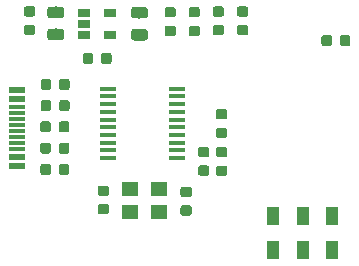
<source format=gtp>
G04 #@! TF.GenerationSoftware,KiCad,Pcbnew,(5.1.2)-1*
G04 #@! TF.CreationDate,2023-10-09T01:29:42+09:00*
G04 #@! TF.ProjectId,usc,7573632e-6b69-4636-9164-5f7063625858,v1.4*
G04 #@! TF.SameCoordinates,Original*
G04 #@! TF.FileFunction,Paste,Top*
G04 #@! TF.FilePolarity,Positive*
%FSLAX46Y46*%
G04 Gerber Fmt 4.6, Leading zero omitted, Abs format (unit mm)*
G04 Created by KiCad (PCBNEW (5.1.2)-1) date 2023-10-09 01:29:42*
%MOMM*%
%LPD*%
G04 APERTURE LIST*
%ADD10R,1.000000X1.600000*%
%ADD11C,0.100000*%
%ADD12C,0.875000*%
%ADD13R,1.400000X1.200000*%
%ADD14R,1.450000X0.450000*%
%ADD15R,1.060000X0.650000*%
%ADD16R,1.450000X0.600000*%
%ADD17R,1.450000X0.300000*%
%ADD18C,0.975000*%
G04 APERTURE END LIST*
D10*
X184380000Y-122840000D03*
X181880000Y-122840000D03*
X179380000Y-122840000D03*
X184380000Y-119940000D03*
X181880000Y-119940000D03*
X179380000Y-119940000D03*
D11*
G36*
X175277691Y-110888053D02*
G01*
X175298926Y-110891203D01*
X175319750Y-110896419D01*
X175339962Y-110903651D01*
X175359368Y-110912830D01*
X175377781Y-110923866D01*
X175395024Y-110936654D01*
X175410930Y-110951070D01*
X175425346Y-110966976D01*
X175438134Y-110984219D01*
X175449170Y-111002632D01*
X175458349Y-111022038D01*
X175465581Y-111042250D01*
X175470797Y-111063074D01*
X175473947Y-111084309D01*
X175475000Y-111105750D01*
X175475000Y-111543250D01*
X175473947Y-111564691D01*
X175470797Y-111585926D01*
X175465581Y-111606750D01*
X175458349Y-111626962D01*
X175449170Y-111646368D01*
X175438134Y-111664781D01*
X175425346Y-111682024D01*
X175410930Y-111697930D01*
X175395024Y-111712346D01*
X175377781Y-111725134D01*
X175359368Y-111736170D01*
X175339962Y-111745349D01*
X175319750Y-111752581D01*
X175298926Y-111757797D01*
X175277691Y-111760947D01*
X175256250Y-111762000D01*
X174743750Y-111762000D01*
X174722309Y-111760947D01*
X174701074Y-111757797D01*
X174680250Y-111752581D01*
X174660038Y-111745349D01*
X174640632Y-111736170D01*
X174622219Y-111725134D01*
X174604976Y-111712346D01*
X174589070Y-111697930D01*
X174574654Y-111682024D01*
X174561866Y-111664781D01*
X174550830Y-111646368D01*
X174541651Y-111626962D01*
X174534419Y-111606750D01*
X174529203Y-111585926D01*
X174526053Y-111564691D01*
X174525000Y-111543250D01*
X174525000Y-111105750D01*
X174526053Y-111084309D01*
X174529203Y-111063074D01*
X174534419Y-111042250D01*
X174541651Y-111022038D01*
X174550830Y-111002632D01*
X174561866Y-110984219D01*
X174574654Y-110966976D01*
X174589070Y-110951070D01*
X174604976Y-110936654D01*
X174622219Y-110923866D01*
X174640632Y-110912830D01*
X174660038Y-110903651D01*
X174680250Y-110896419D01*
X174701074Y-110891203D01*
X174722309Y-110888053D01*
X174743750Y-110887000D01*
X175256250Y-110887000D01*
X175277691Y-110888053D01*
X175277691Y-110888053D01*
G37*
D12*
X175000000Y-111324500D03*
D11*
G36*
X175277691Y-112463053D02*
G01*
X175298926Y-112466203D01*
X175319750Y-112471419D01*
X175339962Y-112478651D01*
X175359368Y-112487830D01*
X175377781Y-112498866D01*
X175395024Y-112511654D01*
X175410930Y-112526070D01*
X175425346Y-112541976D01*
X175438134Y-112559219D01*
X175449170Y-112577632D01*
X175458349Y-112597038D01*
X175465581Y-112617250D01*
X175470797Y-112638074D01*
X175473947Y-112659309D01*
X175475000Y-112680750D01*
X175475000Y-113118250D01*
X175473947Y-113139691D01*
X175470797Y-113160926D01*
X175465581Y-113181750D01*
X175458349Y-113201962D01*
X175449170Y-113221368D01*
X175438134Y-113239781D01*
X175425346Y-113257024D01*
X175410930Y-113272930D01*
X175395024Y-113287346D01*
X175377781Y-113300134D01*
X175359368Y-113311170D01*
X175339962Y-113320349D01*
X175319750Y-113327581D01*
X175298926Y-113332797D01*
X175277691Y-113335947D01*
X175256250Y-113337000D01*
X174743750Y-113337000D01*
X174722309Y-113335947D01*
X174701074Y-113332797D01*
X174680250Y-113327581D01*
X174660038Y-113320349D01*
X174640632Y-113311170D01*
X174622219Y-113300134D01*
X174604976Y-113287346D01*
X174589070Y-113272930D01*
X174574654Y-113257024D01*
X174561866Y-113239781D01*
X174550830Y-113221368D01*
X174541651Y-113201962D01*
X174534419Y-113181750D01*
X174529203Y-113160926D01*
X174526053Y-113139691D01*
X174525000Y-113118250D01*
X174525000Y-112680750D01*
X174526053Y-112659309D01*
X174529203Y-112638074D01*
X174534419Y-112617250D01*
X174541651Y-112597038D01*
X174550830Y-112577632D01*
X174561866Y-112559219D01*
X174574654Y-112541976D01*
X174589070Y-112526070D01*
X174604976Y-112511654D01*
X174622219Y-112498866D01*
X174640632Y-112487830D01*
X174660038Y-112478651D01*
X174680250Y-112471419D01*
X174701074Y-112466203D01*
X174722309Y-112463053D01*
X174743750Y-112462000D01*
X175256250Y-112462000D01*
X175277691Y-112463053D01*
X175277691Y-112463053D01*
G37*
D12*
X175000000Y-112899500D03*
D11*
G36*
X160364691Y-110126053D02*
G01*
X160385926Y-110129203D01*
X160406750Y-110134419D01*
X160426962Y-110141651D01*
X160446368Y-110150830D01*
X160464781Y-110161866D01*
X160482024Y-110174654D01*
X160497930Y-110189070D01*
X160512346Y-110204976D01*
X160525134Y-110222219D01*
X160536170Y-110240632D01*
X160545349Y-110260038D01*
X160552581Y-110280250D01*
X160557797Y-110301074D01*
X160560947Y-110322309D01*
X160562000Y-110343750D01*
X160562000Y-110856250D01*
X160560947Y-110877691D01*
X160557797Y-110898926D01*
X160552581Y-110919750D01*
X160545349Y-110939962D01*
X160536170Y-110959368D01*
X160525134Y-110977781D01*
X160512346Y-110995024D01*
X160497930Y-111010930D01*
X160482024Y-111025346D01*
X160464781Y-111038134D01*
X160446368Y-111049170D01*
X160426962Y-111058349D01*
X160406750Y-111065581D01*
X160385926Y-111070797D01*
X160364691Y-111073947D01*
X160343250Y-111075000D01*
X159905750Y-111075000D01*
X159884309Y-111073947D01*
X159863074Y-111070797D01*
X159842250Y-111065581D01*
X159822038Y-111058349D01*
X159802632Y-111049170D01*
X159784219Y-111038134D01*
X159766976Y-111025346D01*
X159751070Y-111010930D01*
X159736654Y-110995024D01*
X159723866Y-110977781D01*
X159712830Y-110959368D01*
X159703651Y-110939962D01*
X159696419Y-110919750D01*
X159691203Y-110898926D01*
X159688053Y-110877691D01*
X159687000Y-110856250D01*
X159687000Y-110343750D01*
X159688053Y-110322309D01*
X159691203Y-110301074D01*
X159696419Y-110280250D01*
X159703651Y-110260038D01*
X159712830Y-110240632D01*
X159723866Y-110222219D01*
X159736654Y-110204976D01*
X159751070Y-110189070D01*
X159766976Y-110174654D01*
X159784219Y-110161866D01*
X159802632Y-110150830D01*
X159822038Y-110141651D01*
X159842250Y-110134419D01*
X159863074Y-110129203D01*
X159884309Y-110126053D01*
X159905750Y-110125000D01*
X160343250Y-110125000D01*
X160364691Y-110126053D01*
X160364691Y-110126053D01*
G37*
D12*
X160124500Y-110600000D03*
D11*
G36*
X161939691Y-110126053D02*
G01*
X161960926Y-110129203D01*
X161981750Y-110134419D01*
X162001962Y-110141651D01*
X162021368Y-110150830D01*
X162039781Y-110161866D01*
X162057024Y-110174654D01*
X162072930Y-110189070D01*
X162087346Y-110204976D01*
X162100134Y-110222219D01*
X162111170Y-110240632D01*
X162120349Y-110260038D01*
X162127581Y-110280250D01*
X162132797Y-110301074D01*
X162135947Y-110322309D01*
X162137000Y-110343750D01*
X162137000Y-110856250D01*
X162135947Y-110877691D01*
X162132797Y-110898926D01*
X162127581Y-110919750D01*
X162120349Y-110939962D01*
X162111170Y-110959368D01*
X162100134Y-110977781D01*
X162087346Y-110995024D01*
X162072930Y-111010930D01*
X162057024Y-111025346D01*
X162039781Y-111038134D01*
X162021368Y-111049170D01*
X162001962Y-111058349D01*
X161981750Y-111065581D01*
X161960926Y-111070797D01*
X161939691Y-111073947D01*
X161918250Y-111075000D01*
X161480750Y-111075000D01*
X161459309Y-111073947D01*
X161438074Y-111070797D01*
X161417250Y-111065581D01*
X161397038Y-111058349D01*
X161377632Y-111049170D01*
X161359219Y-111038134D01*
X161341976Y-111025346D01*
X161326070Y-111010930D01*
X161311654Y-110995024D01*
X161298866Y-110977781D01*
X161287830Y-110959368D01*
X161278651Y-110939962D01*
X161271419Y-110919750D01*
X161266203Y-110898926D01*
X161263053Y-110877691D01*
X161262000Y-110856250D01*
X161262000Y-110343750D01*
X161263053Y-110322309D01*
X161266203Y-110301074D01*
X161271419Y-110280250D01*
X161278651Y-110260038D01*
X161287830Y-110240632D01*
X161298866Y-110222219D01*
X161311654Y-110204976D01*
X161326070Y-110189070D01*
X161341976Y-110174654D01*
X161359219Y-110161866D01*
X161377632Y-110150830D01*
X161397038Y-110141651D01*
X161417250Y-110134419D01*
X161438074Y-110129203D01*
X161459309Y-110126053D01*
X161480750Y-110125000D01*
X161918250Y-110125000D01*
X161939691Y-110126053D01*
X161939691Y-110126053D01*
G37*
D12*
X161699500Y-110600000D03*
D11*
G36*
X184140691Y-104626053D02*
G01*
X184161926Y-104629203D01*
X184182750Y-104634419D01*
X184202962Y-104641651D01*
X184222368Y-104650830D01*
X184240781Y-104661866D01*
X184258024Y-104674654D01*
X184273930Y-104689070D01*
X184288346Y-104704976D01*
X184301134Y-104722219D01*
X184312170Y-104740632D01*
X184321349Y-104760038D01*
X184328581Y-104780250D01*
X184333797Y-104801074D01*
X184336947Y-104822309D01*
X184338000Y-104843750D01*
X184338000Y-105356250D01*
X184336947Y-105377691D01*
X184333797Y-105398926D01*
X184328581Y-105419750D01*
X184321349Y-105439962D01*
X184312170Y-105459368D01*
X184301134Y-105477781D01*
X184288346Y-105495024D01*
X184273930Y-105510930D01*
X184258024Y-105525346D01*
X184240781Y-105538134D01*
X184222368Y-105549170D01*
X184202962Y-105558349D01*
X184182750Y-105565581D01*
X184161926Y-105570797D01*
X184140691Y-105573947D01*
X184119250Y-105575000D01*
X183681750Y-105575000D01*
X183660309Y-105573947D01*
X183639074Y-105570797D01*
X183618250Y-105565581D01*
X183598038Y-105558349D01*
X183578632Y-105549170D01*
X183560219Y-105538134D01*
X183542976Y-105525346D01*
X183527070Y-105510930D01*
X183512654Y-105495024D01*
X183499866Y-105477781D01*
X183488830Y-105459368D01*
X183479651Y-105439962D01*
X183472419Y-105419750D01*
X183467203Y-105398926D01*
X183464053Y-105377691D01*
X183463000Y-105356250D01*
X183463000Y-104843750D01*
X183464053Y-104822309D01*
X183467203Y-104801074D01*
X183472419Y-104780250D01*
X183479651Y-104760038D01*
X183488830Y-104740632D01*
X183499866Y-104722219D01*
X183512654Y-104704976D01*
X183527070Y-104689070D01*
X183542976Y-104674654D01*
X183560219Y-104661866D01*
X183578632Y-104650830D01*
X183598038Y-104641651D01*
X183618250Y-104634419D01*
X183639074Y-104629203D01*
X183660309Y-104626053D01*
X183681750Y-104625000D01*
X184119250Y-104625000D01*
X184140691Y-104626053D01*
X184140691Y-104626053D01*
G37*
D12*
X183900500Y-105100000D03*
D11*
G36*
X185715691Y-104626053D02*
G01*
X185736926Y-104629203D01*
X185757750Y-104634419D01*
X185777962Y-104641651D01*
X185797368Y-104650830D01*
X185815781Y-104661866D01*
X185833024Y-104674654D01*
X185848930Y-104689070D01*
X185863346Y-104704976D01*
X185876134Y-104722219D01*
X185887170Y-104740632D01*
X185896349Y-104760038D01*
X185903581Y-104780250D01*
X185908797Y-104801074D01*
X185911947Y-104822309D01*
X185913000Y-104843750D01*
X185913000Y-105356250D01*
X185911947Y-105377691D01*
X185908797Y-105398926D01*
X185903581Y-105419750D01*
X185896349Y-105439962D01*
X185887170Y-105459368D01*
X185876134Y-105477781D01*
X185863346Y-105495024D01*
X185848930Y-105510930D01*
X185833024Y-105525346D01*
X185815781Y-105538134D01*
X185797368Y-105549170D01*
X185777962Y-105558349D01*
X185757750Y-105565581D01*
X185736926Y-105570797D01*
X185715691Y-105573947D01*
X185694250Y-105575000D01*
X185256750Y-105575000D01*
X185235309Y-105573947D01*
X185214074Y-105570797D01*
X185193250Y-105565581D01*
X185173038Y-105558349D01*
X185153632Y-105549170D01*
X185135219Y-105538134D01*
X185117976Y-105525346D01*
X185102070Y-105510930D01*
X185087654Y-105495024D01*
X185074866Y-105477781D01*
X185063830Y-105459368D01*
X185054651Y-105439962D01*
X185047419Y-105419750D01*
X185042203Y-105398926D01*
X185039053Y-105377691D01*
X185038000Y-105356250D01*
X185038000Y-104843750D01*
X185039053Y-104822309D01*
X185042203Y-104801074D01*
X185047419Y-104780250D01*
X185054651Y-104760038D01*
X185063830Y-104740632D01*
X185074866Y-104722219D01*
X185087654Y-104704976D01*
X185102070Y-104689070D01*
X185117976Y-104674654D01*
X185135219Y-104661866D01*
X185153632Y-104650830D01*
X185173038Y-104641651D01*
X185193250Y-104634419D01*
X185214074Y-104629203D01*
X185235309Y-104626053D01*
X185256750Y-104625000D01*
X185694250Y-104625000D01*
X185715691Y-104626053D01*
X185715691Y-104626053D01*
G37*
D12*
X185475500Y-105100000D03*
D13*
X169670000Y-119570000D03*
X167270000Y-117670000D03*
X167270000Y-119570000D03*
X169670000Y-117670000D03*
D14*
X165350000Y-115025000D03*
X165350000Y-114375000D03*
X165350000Y-113725000D03*
X165350000Y-113075000D03*
X165350000Y-112425000D03*
X165350000Y-111775000D03*
X165350000Y-111125000D03*
X165350000Y-110475000D03*
X165350000Y-109825000D03*
X165350000Y-109175000D03*
X171250000Y-109175000D03*
X171250000Y-109825000D03*
X171250000Y-110475000D03*
X171250000Y-111125000D03*
X171250000Y-111775000D03*
X171250000Y-112425000D03*
X171250000Y-113075000D03*
X171250000Y-113725000D03*
X171250000Y-114375000D03*
X171250000Y-115025000D03*
D15*
X165550000Y-102750000D03*
X165550000Y-104650000D03*
X163350000Y-104650000D03*
X163350000Y-103700000D03*
X163350000Y-102750000D03*
D11*
G36*
X160340691Y-111926053D02*
G01*
X160361926Y-111929203D01*
X160382750Y-111934419D01*
X160402962Y-111941651D01*
X160422368Y-111950830D01*
X160440781Y-111961866D01*
X160458024Y-111974654D01*
X160473930Y-111989070D01*
X160488346Y-112004976D01*
X160501134Y-112022219D01*
X160512170Y-112040632D01*
X160521349Y-112060038D01*
X160528581Y-112080250D01*
X160533797Y-112101074D01*
X160536947Y-112122309D01*
X160538000Y-112143750D01*
X160538000Y-112656250D01*
X160536947Y-112677691D01*
X160533797Y-112698926D01*
X160528581Y-112719750D01*
X160521349Y-112739962D01*
X160512170Y-112759368D01*
X160501134Y-112777781D01*
X160488346Y-112795024D01*
X160473930Y-112810930D01*
X160458024Y-112825346D01*
X160440781Y-112838134D01*
X160422368Y-112849170D01*
X160402962Y-112858349D01*
X160382750Y-112865581D01*
X160361926Y-112870797D01*
X160340691Y-112873947D01*
X160319250Y-112875000D01*
X159881750Y-112875000D01*
X159860309Y-112873947D01*
X159839074Y-112870797D01*
X159818250Y-112865581D01*
X159798038Y-112858349D01*
X159778632Y-112849170D01*
X159760219Y-112838134D01*
X159742976Y-112825346D01*
X159727070Y-112810930D01*
X159712654Y-112795024D01*
X159699866Y-112777781D01*
X159688830Y-112759368D01*
X159679651Y-112739962D01*
X159672419Y-112719750D01*
X159667203Y-112698926D01*
X159664053Y-112677691D01*
X159663000Y-112656250D01*
X159663000Y-112143750D01*
X159664053Y-112122309D01*
X159667203Y-112101074D01*
X159672419Y-112080250D01*
X159679651Y-112060038D01*
X159688830Y-112040632D01*
X159699866Y-112022219D01*
X159712654Y-112004976D01*
X159727070Y-111989070D01*
X159742976Y-111974654D01*
X159760219Y-111961866D01*
X159778632Y-111950830D01*
X159798038Y-111941651D01*
X159818250Y-111934419D01*
X159839074Y-111929203D01*
X159860309Y-111926053D01*
X159881750Y-111925000D01*
X160319250Y-111925000D01*
X160340691Y-111926053D01*
X160340691Y-111926053D01*
G37*
D12*
X160100500Y-112400000D03*
D11*
G36*
X161915691Y-111926053D02*
G01*
X161936926Y-111929203D01*
X161957750Y-111934419D01*
X161977962Y-111941651D01*
X161997368Y-111950830D01*
X162015781Y-111961866D01*
X162033024Y-111974654D01*
X162048930Y-111989070D01*
X162063346Y-112004976D01*
X162076134Y-112022219D01*
X162087170Y-112040632D01*
X162096349Y-112060038D01*
X162103581Y-112080250D01*
X162108797Y-112101074D01*
X162111947Y-112122309D01*
X162113000Y-112143750D01*
X162113000Y-112656250D01*
X162111947Y-112677691D01*
X162108797Y-112698926D01*
X162103581Y-112719750D01*
X162096349Y-112739962D01*
X162087170Y-112759368D01*
X162076134Y-112777781D01*
X162063346Y-112795024D01*
X162048930Y-112810930D01*
X162033024Y-112825346D01*
X162015781Y-112838134D01*
X161997368Y-112849170D01*
X161977962Y-112858349D01*
X161957750Y-112865581D01*
X161936926Y-112870797D01*
X161915691Y-112873947D01*
X161894250Y-112875000D01*
X161456750Y-112875000D01*
X161435309Y-112873947D01*
X161414074Y-112870797D01*
X161393250Y-112865581D01*
X161373038Y-112858349D01*
X161353632Y-112849170D01*
X161335219Y-112838134D01*
X161317976Y-112825346D01*
X161302070Y-112810930D01*
X161287654Y-112795024D01*
X161274866Y-112777781D01*
X161263830Y-112759368D01*
X161254651Y-112739962D01*
X161247419Y-112719750D01*
X161242203Y-112698926D01*
X161239053Y-112677691D01*
X161238000Y-112656250D01*
X161238000Y-112143750D01*
X161239053Y-112122309D01*
X161242203Y-112101074D01*
X161247419Y-112080250D01*
X161254651Y-112060038D01*
X161263830Y-112040632D01*
X161274866Y-112022219D01*
X161287654Y-112004976D01*
X161302070Y-111989070D01*
X161317976Y-111974654D01*
X161335219Y-111961866D01*
X161353632Y-111950830D01*
X161373038Y-111941651D01*
X161393250Y-111934419D01*
X161414074Y-111929203D01*
X161435309Y-111926053D01*
X161456750Y-111925000D01*
X161894250Y-111925000D01*
X161915691Y-111926053D01*
X161915691Y-111926053D01*
G37*
D12*
X161675500Y-112400000D03*
D11*
G36*
X160340691Y-113726053D02*
G01*
X160361926Y-113729203D01*
X160382750Y-113734419D01*
X160402962Y-113741651D01*
X160422368Y-113750830D01*
X160440781Y-113761866D01*
X160458024Y-113774654D01*
X160473930Y-113789070D01*
X160488346Y-113804976D01*
X160501134Y-113822219D01*
X160512170Y-113840632D01*
X160521349Y-113860038D01*
X160528581Y-113880250D01*
X160533797Y-113901074D01*
X160536947Y-113922309D01*
X160538000Y-113943750D01*
X160538000Y-114456250D01*
X160536947Y-114477691D01*
X160533797Y-114498926D01*
X160528581Y-114519750D01*
X160521349Y-114539962D01*
X160512170Y-114559368D01*
X160501134Y-114577781D01*
X160488346Y-114595024D01*
X160473930Y-114610930D01*
X160458024Y-114625346D01*
X160440781Y-114638134D01*
X160422368Y-114649170D01*
X160402962Y-114658349D01*
X160382750Y-114665581D01*
X160361926Y-114670797D01*
X160340691Y-114673947D01*
X160319250Y-114675000D01*
X159881750Y-114675000D01*
X159860309Y-114673947D01*
X159839074Y-114670797D01*
X159818250Y-114665581D01*
X159798038Y-114658349D01*
X159778632Y-114649170D01*
X159760219Y-114638134D01*
X159742976Y-114625346D01*
X159727070Y-114610930D01*
X159712654Y-114595024D01*
X159699866Y-114577781D01*
X159688830Y-114559368D01*
X159679651Y-114539962D01*
X159672419Y-114519750D01*
X159667203Y-114498926D01*
X159664053Y-114477691D01*
X159663000Y-114456250D01*
X159663000Y-113943750D01*
X159664053Y-113922309D01*
X159667203Y-113901074D01*
X159672419Y-113880250D01*
X159679651Y-113860038D01*
X159688830Y-113840632D01*
X159699866Y-113822219D01*
X159712654Y-113804976D01*
X159727070Y-113789070D01*
X159742976Y-113774654D01*
X159760219Y-113761866D01*
X159778632Y-113750830D01*
X159798038Y-113741651D01*
X159818250Y-113734419D01*
X159839074Y-113729203D01*
X159860309Y-113726053D01*
X159881750Y-113725000D01*
X160319250Y-113725000D01*
X160340691Y-113726053D01*
X160340691Y-113726053D01*
G37*
D12*
X160100500Y-114200000D03*
D11*
G36*
X161915691Y-113726053D02*
G01*
X161936926Y-113729203D01*
X161957750Y-113734419D01*
X161977962Y-113741651D01*
X161997368Y-113750830D01*
X162015781Y-113761866D01*
X162033024Y-113774654D01*
X162048930Y-113789070D01*
X162063346Y-113804976D01*
X162076134Y-113822219D01*
X162087170Y-113840632D01*
X162096349Y-113860038D01*
X162103581Y-113880250D01*
X162108797Y-113901074D01*
X162111947Y-113922309D01*
X162113000Y-113943750D01*
X162113000Y-114456250D01*
X162111947Y-114477691D01*
X162108797Y-114498926D01*
X162103581Y-114519750D01*
X162096349Y-114539962D01*
X162087170Y-114559368D01*
X162076134Y-114577781D01*
X162063346Y-114595024D01*
X162048930Y-114610930D01*
X162033024Y-114625346D01*
X162015781Y-114638134D01*
X161997368Y-114649170D01*
X161977962Y-114658349D01*
X161957750Y-114665581D01*
X161936926Y-114670797D01*
X161915691Y-114673947D01*
X161894250Y-114675000D01*
X161456750Y-114675000D01*
X161435309Y-114673947D01*
X161414074Y-114670797D01*
X161393250Y-114665581D01*
X161373038Y-114658349D01*
X161353632Y-114649170D01*
X161335219Y-114638134D01*
X161317976Y-114625346D01*
X161302070Y-114610930D01*
X161287654Y-114595024D01*
X161274866Y-114577781D01*
X161263830Y-114559368D01*
X161254651Y-114539962D01*
X161247419Y-114519750D01*
X161242203Y-114498926D01*
X161239053Y-114477691D01*
X161238000Y-114456250D01*
X161238000Y-113943750D01*
X161239053Y-113922309D01*
X161242203Y-113901074D01*
X161247419Y-113880250D01*
X161254651Y-113860038D01*
X161263830Y-113840632D01*
X161274866Y-113822219D01*
X161287654Y-113804976D01*
X161302070Y-113789070D01*
X161317976Y-113774654D01*
X161335219Y-113761866D01*
X161353632Y-113750830D01*
X161373038Y-113741651D01*
X161393250Y-113734419D01*
X161414074Y-113729203D01*
X161435309Y-113726053D01*
X161456750Y-113725000D01*
X161894250Y-113725000D01*
X161915691Y-113726053D01*
X161915691Y-113726053D01*
G37*
D12*
X161675500Y-114200000D03*
D11*
G36*
X177057691Y-102194053D02*
G01*
X177078926Y-102197203D01*
X177099750Y-102202419D01*
X177119962Y-102209651D01*
X177139368Y-102218830D01*
X177157781Y-102229866D01*
X177175024Y-102242654D01*
X177190930Y-102257070D01*
X177205346Y-102272976D01*
X177218134Y-102290219D01*
X177229170Y-102308632D01*
X177238349Y-102328038D01*
X177245581Y-102348250D01*
X177250797Y-102369074D01*
X177253947Y-102390309D01*
X177255000Y-102411750D01*
X177255000Y-102849250D01*
X177253947Y-102870691D01*
X177250797Y-102891926D01*
X177245581Y-102912750D01*
X177238349Y-102932962D01*
X177229170Y-102952368D01*
X177218134Y-102970781D01*
X177205346Y-102988024D01*
X177190930Y-103003930D01*
X177175024Y-103018346D01*
X177157781Y-103031134D01*
X177139368Y-103042170D01*
X177119962Y-103051349D01*
X177099750Y-103058581D01*
X177078926Y-103063797D01*
X177057691Y-103066947D01*
X177036250Y-103068000D01*
X176523750Y-103068000D01*
X176502309Y-103066947D01*
X176481074Y-103063797D01*
X176460250Y-103058581D01*
X176440038Y-103051349D01*
X176420632Y-103042170D01*
X176402219Y-103031134D01*
X176384976Y-103018346D01*
X176369070Y-103003930D01*
X176354654Y-102988024D01*
X176341866Y-102970781D01*
X176330830Y-102952368D01*
X176321651Y-102932962D01*
X176314419Y-102912750D01*
X176309203Y-102891926D01*
X176306053Y-102870691D01*
X176305000Y-102849250D01*
X176305000Y-102411750D01*
X176306053Y-102390309D01*
X176309203Y-102369074D01*
X176314419Y-102348250D01*
X176321651Y-102328038D01*
X176330830Y-102308632D01*
X176341866Y-102290219D01*
X176354654Y-102272976D01*
X176369070Y-102257070D01*
X176384976Y-102242654D01*
X176402219Y-102229866D01*
X176420632Y-102218830D01*
X176440038Y-102209651D01*
X176460250Y-102202419D01*
X176481074Y-102197203D01*
X176502309Y-102194053D01*
X176523750Y-102193000D01*
X177036250Y-102193000D01*
X177057691Y-102194053D01*
X177057691Y-102194053D01*
G37*
D12*
X176780000Y-102630500D03*
D11*
G36*
X177057691Y-103769053D02*
G01*
X177078926Y-103772203D01*
X177099750Y-103777419D01*
X177119962Y-103784651D01*
X177139368Y-103793830D01*
X177157781Y-103804866D01*
X177175024Y-103817654D01*
X177190930Y-103832070D01*
X177205346Y-103847976D01*
X177218134Y-103865219D01*
X177229170Y-103883632D01*
X177238349Y-103903038D01*
X177245581Y-103923250D01*
X177250797Y-103944074D01*
X177253947Y-103965309D01*
X177255000Y-103986750D01*
X177255000Y-104424250D01*
X177253947Y-104445691D01*
X177250797Y-104466926D01*
X177245581Y-104487750D01*
X177238349Y-104507962D01*
X177229170Y-104527368D01*
X177218134Y-104545781D01*
X177205346Y-104563024D01*
X177190930Y-104578930D01*
X177175024Y-104593346D01*
X177157781Y-104606134D01*
X177139368Y-104617170D01*
X177119962Y-104626349D01*
X177099750Y-104633581D01*
X177078926Y-104638797D01*
X177057691Y-104641947D01*
X177036250Y-104643000D01*
X176523750Y-104643000D01*
X176502309Y-104641947D01*
X176481074Y-104638797D01*
X176460250Y-104633581D01*
X176440038Y-104626349D01*
X176420632Y-104617170D01*
X176402219Y-104606134D01*
X176384976Y-104593346D01*
X176369070Y-104578930D01*
X176354654Y-104563024D01*
X176341866Y-104545781D01*
X176330830Y-104527368D01*
X176321651Y-104507962D01*
X176314419Y-104487750D01*
X176309203Y-104466926D01*
X176306053Y-104445691D01*
X176305000Y-104424250D01*
X176305000Y-103986750D01*
X176306053Y-103965309D01*
X176309203Y-103944074D01*
X176314419Y-103923250D01*
X176321651Y-103903038D01*
X176330830Y-103883632D01*
X176341866Y-103865219D01*
X176354654Y-103847976D01*
X176369070Y-103832070D01*
X176384976Y-103817654D01*
X176402219Y-103804866D01*
X176420632Y-103793830D01*
X176440038Y-103784651D01*
X176460250Y-103777419D01*
X176481074Y-103772203D01*
X176502309Y-103769053D01*
X176523750Y-103768000D01*
X177036250Y-103768000D01*
X177057691Y-103769053D01*
X177057691Y-103769053D01*
G37*
D12*
X176780000Y-104205500D03*
D11*
G36*
X175297691Y-114108053D02*
G01*
X175318926Y-114111203D01*
X175339750Y-114116419D01*
X175359962Y-114123651D01*
X175379368Y-114132830D01*
X175397781Y-114143866D01*
X175415024Y-114156654D01*
X175430930Y-114171070D01*
X175445346Y-114186976D01*
X175458134Y-114204219D01*
X175469170Y-114222632D01*
X175478349Y-114242038D01*
X175485581Y-114262250D01*
X175490797Y-114283074D01*
X175493947Y-114304309D01*
X175495000Y-114325750D01*
X175495000Y-114763250D01*
X175493947Y-114784691D01*
X175490797Y-114805926D01*
X175485581Y-114826750D01*
X175478349Y-114846962D01*
X175469170Y-114866368D01*
X175458134Y-114884781D01*
X175445346Y-114902024D01*
X175430930Y-114917930D01*
X175415024Y-114932346D01*
X175397781Y-114945134D01*
X175379368Y-114956170D01*
X175359962Y-114965349D01*
X175339750Y-114972581D01*
X175318926Y-114977797D01*
X175297691Y-114980947D01*
X175276250Y-114982000D01*
X174763750Y-114982000D01*
X174742309Y-114980947D01*
X174721074Y-114977797D01*
X174700250Y-114972581D01*
X174680038Y-114965349D01*
X174660632Y-114956170D01*
X174642219Y-114945134D01*
X174624976Y-114932346D01*
X174609070Y-114917930D01*
X174594654Y-114902024D01*
X174581866Y-114884781D01*
X174570830Y-114866368D01*
X174561651Y-114846962D01*
X174554419Y-114826750D01*
X174549203Y-114805926D01*
X174546053Y-114784691D01*
X174545000Y-114763250D01*
X174545000Y-114325750D01*
X174546053Y-114304309D01*
X174549203Y-114283074D01*
X174554419Y-114262250D01*
X174561651Y-114242038D01*
X174570830Y-114222632D01*
X174581866Y-114204219D01*
X174594654Y-114186976D01*
X174609070Y-114171070D01*
X174624976Y-114156654D01*
X174642219Y-114143866D01*
X174660632Y-114132830D01*
X174680038Y-114123651D01*
X174700250Y-114116419D01*
X174721074Y-114111203D01*
X174742309Y-114108053D01*
X174763750Y-114107000D01*
X175276250Y-114107000D01*
X175297691Y-114108053D01*
X175297691Y-114108053D01*
G37*
D12*
X175020000Y-114544500D03*
D11*
G36*
X175297691Y-115683053D02*
G01*
X175318926Y-115686203D01*
X175339750Y-115691419D01*
X175359962Y-115698651D01*
X175379368Y-115707830D01*
X175397781Y-115718866D01*
X175415024Y-115731654D01*
X175430930Y-115746070D01*
X175445346Y-115761976D01*
X175458134Y-115779219D01*
X175469170Y-115797632D01*
X175478349Y-115817038D01*
X175485581Y-115837250D01*
X175490797Y-115858074D01*
X175493947Y-115879309D01*
X175495000Y-115900750D01*
X175495000Y-116338250D01*
X175493947Y-116359691D01*
X175490797Y-116380926D01*
X175485581Y-116401750D01*
X175478349Y-116421962D01*
X175469170Y-116441368D01*
X175458134Y-116459781D01*
X175445346Y-116477024D01*
X175430930Y-116492930D01*
X175415024Y-116507346D01*
X175397781Y-116520134D01*
X175379368Y-116531170D01*
X175359962Y-116540349D01*
X175339750Y-116547581D01*
X175318926Y-116552797D01*
X175297691Y-116555947D01*
X175276250Y-116557000D01*
X174763750Y-116557000D01*
X174742309Y-116555947D01*
X174721074Y-116552797D01*
X174700250Y-116547581D01*
X174680038Y-116540349D01*
X174660632Y-116531170D01*
X174642219Y-116520134D01*
X174624976Y-116507346D01*
X174609070Y-116492930D01*
X174594654Y-116477024D01*
X174581866Y-116459781D01*
X174570830Y-116441368D01*
X174561651Y-116421962D01*
X174554419Y-116401750D01*
X174549203Y-116380926D01*
X174546053Y-116359691D01*
X174545000Y-116338250D01*
X174545000Y-115900750D01*
X174546053Y-115879309D01*
X174549203Y-115858074D01*
X174554419Y-115837250D01*
X174561651Y-115817038D01*
X174570830Y-115797632D01*
X174581866Y-115779219D01*
X174594654Y-115761976D01*
X174609070Y-115746070D01*
X174624976Y-115731654D01*
X174642219Y-115718866D01*
X174660632Y-115707830D01*
X174680038Y-115698651D01*
X174700250Y-115691419D01*
X174721074Y-115686203D01*
X174742309Y-115683053D01*
X174763750Y-115682000D01*
X175276250Y-115682000D01*
X175297691Y-115683053D01*
X175297691Y-115683053D01*
G37*
D12*
X175020000Y-116119500D03*
D11*
G36*
X172970691Y-102264053D02*
G01*
X172991926Y-102267203D01*
X173012750Y-102272419D01*
X173032962Y-102279651D01*
X173052368Y-102288830D01*
X173070781Y-102299866D01*
X173088024Y-102312654D01*
X173103930Y-102327070D01*
X173118346Y-102342976D01*
X173131134Y-102360219D01*
X173142170Y-102378632D01*
X173151349Y-102398038D01*
X173158581Y-102418250D01*
X173163797Y-102439074D01*
X173166947Y-102460309D01*
X173168000Y-102481750D01*
X173168000Y-102919250D01*
X173166947Y-102940691D01*
X173163797Y-102961926D01*
X173158581Y-102982750D01*
X173151349Y-103002962D01*
X173142170Y-103022368D01*
X173131134Y-103040781D01*
X173118346Y-103058024D01*
X173103930Y-103073930D01*
X173088024Y-103088346D01*
X173070781Y-103101134D01*
X173052368Y-103112170D01*
X173032962Y-103121349D01*
X173012750Y-103128581D01*
X172991926Y-103133797D01*
X172970691Y-103136947D01*
X172949250Y-103138000D01*
X172436750Y-103138000D01*
X172415309Y-103136947D01*
X172394074Y-103133797D01*
X172373250Y-103128581D01*
X172353038Y-103121349D01*
X172333632Y-103112170D01*
X172315219Y-103101134D01*
X172297976Y-103088346D01*
X172282070Y-103073930D01*
X172267654Y-103058024D01*
X172254866Y-103040781D01*
X172243830Y-103022368D01*
X172234651Y-103002962D01*
X172227419Y-102982750D01*
X172222203Y-102961926D01*
X172219053Y-102940691D01*
X172218000Y-102919250D01*
X172218000Y-102481750D01*
X172219053Y-102460309D01*
X172222203Y-102439074D01*
X172227419Y-102418250D01*
X172234651Y-102398038D01*
X172243830Y-102378632D01*
X172254866Y-102360219D01*
X172267654Y-102342976D01*
X172282070Y-102327070D01*
X172297976Y-102312654D01*
X172315219Y-102299866D01*
X172333632Y-102288830D01*
X172353038Y-102279651D01*
X172373250Y-102272419D01*
X172394074Y-102267203D01*
X172415309Y-102264053D01*
X172436750Y-102263000D01*
X172949250Y-102263000D01*
X172970691Y-102264053D01*
X172970691Y-102264053D01*
G37*
D12*
X172693000Y-102700500D03*
D11*
G36*
X172970691Y-103839053D02*
G01*
X172991926Y-103842203D01*
X173012750Y-103847419D01*
X173032962Y-103854651D01*
X173052368Y-103863830D01*
X173070781Y-103874866D01*
X173088024Y-103887654D01*
X173103930Y-103902070D01*
X173118346Y-103917976D01*
X173131134Y-103935219D01*
X173142170Y-103953632D01*
X173151349Y-103973038D01*
X173158581Y-103993250D01*
X173163797Y-104014074D01*
X173166947Y-104035309D01*
X173168000Y-104056750D01*
X173168000Y-104494250D01*
X173166947Y-104515691D01*
X173163797Y-104536926D01*
X173158581Y-104557750D01*
X173151349Y-104577962D01*
X173142170Y-104597368D01*
X173131134Y-104615781D01*
X173118346Y-104633024D01*
X173103930Y-104648930D01*
X173088024Y-104663346D01*
X173070781Y-104676134D01*
X173052368Y-104687170D01*
X173032962Y-104696349D01*
X173012750Y-104703581D01*
X172991926Y-104708797D01*
X172970691Y-104711947D01*
X172949250Y-104713000D01*
X172436750Y-104713000D01*
X172415309Y-104711947D01*
X172394074Y-104708797D01*
X172373250Y-104703581D01*
X172353038Y-104696349D01*
X172333632Y-104687170D01*
X172315219Y-104676134D01*
X172297976Y-104663346D01*
X172282070Y-104648930D01*
X172267654Y-104633024D01*
X172254866Y-104615781D01*
X172243830Y-104597368D01*
X172234651Y-104577962D01*
X172227419Y-104557750D01*
X172222203Y-104536926D01*
X172219053Y-104515691D01*
X172218000Y-104494250D01*
X172218000Y-104056750D01*
X172219053Y-104035309D01*
X172222203Y-104014074D01*
X172227419Y-103993250D01*
X172234651Y-103973038D01*
X172243830Y-103953632D01*
X172254866Y-103935219D01*
X172267654Y-103917976D01*
X172282070Y-103902070D01*
X172297976Y-103887654D01*
X172315219Y-103874866D01*
X172333632Y-103863830D01*
X172353038Y-103854651D01*
X172373250Y-103847419D01*
X172394074Y-103842203D01*
X172415309Y-103839053D01*
X172436750Y-103838000D01*
X172949250Y-103838000D01*
X172970691Y-103839053D01*
X172970691Y-103839053D01*
G37*
D12*
X172693000Y-104275500D03*
D11*
G36*
X161915691Y-115526053D02*
G01*
X161936926Y-115529203D01*
X161957750Y-115534419D01*
X161977962Y-115541651D01*
X161997368Y-115550830D01*
X162015781Y-115561866D01*
X162033024Y-115574654D01*
X162048930Y-115589070D01*
X162063346Y-115604976D01*
X162076134Y-115622219D01*
X162087170Y-115640632D01*
X162096349Y-115660038D01*
X162103581Y-115680250D01*
X162108797Y-115701074D01*
X162111947Y-115722309D01*
X162113000Y-115743750D01*
X162113000Y-116256250D01*
X162111947Y-116277691D01*
X162108797Y-116298926D01*
X162103581Y-116319750D01*
X162096349Y-116339962D01*
X162087170Y-116359368D01*
X162076134Y-116377781D01*
X162063346Y-116395024D01*
X162048930Y-116410930D01*
X162033024Y-116425346D01*
X162015781Y-116438134D01*
X161997368Y-116449170D01*
X161977962Y-116458349D01*
X161957750Y-116465581D01*
X161936926Y-116470797D01*
X161915691Y-116473947D01*
X161894250Y-116475000D01*
X161456750Y-116475000D01*
X161435309Y-116473947D01*
X161414074Y-116470797D01*
X161393250Y-116465581D01*
X161373038Y-116458349D01*
X161353632Y-116449170D01*
X161335219Y-116438134D01*
X161317976Y-116425346D01*
X161302070Y-116410930D01*
X161287654Y-116395024D01*
X161274866Y-116377781D01*
X161263830Y-116359368D01*
X161254651Y-116339962D01*
X161247419Y-116319750D01*
X161242203Y-116298926D01*
X161239053Y-116277691D01*
X161238000Y-116256250D01*
X161238000Y-115743750D01*
X161239053Y-115722309D01*
X161242203Y-115701074D01*
X161247419Y-115680250D01*
X161254651Y-115660038D01*
X161263830Y-115640632D01*
X161274866Y-115622219D01*
X161287654Y-115604976D01*
X161302070Y-115589070D01*
X161317976Y-115574654D01*
X161335219Y-115561866D01*
X161353632Y-115550830D01*
X161373038Y-115541651D01*
X161393250Y-115534419D01*
X161414074Y-115529203D01*
X161435309Y-115526053D01*
X161456750Y-115525000D01*
X161894250Y-115525000D01*
X161915691Y-115526053D01*
X161915691Y-115526053D01*
G37*
D12*
X161675500Y-116000000D03*
D11*
G36*
X160340691Y-115526053D02*
G01*
X160361926Y-115529203D01*
X160382750Y-115534419D01*
X160402962Y-115541651D01*
X160422368Y-115550830D01*
X160440781Y-115561866D01*
X160458024Y-115574654D01*
X160473930Y-115589070D01*
X160488346Y-115604976D01*
X160501134Y-115622219D01*
X160512170Y-115640632D01*
X160521349Y-115660038D01*
X160528581Y-115680250D01*
X160533797Y-115701074D01*
X160536947Y-115722309D01*
X160538000Y-115743750D01*
X160538000Y-116256250D01*
X160536947Y-116277691D01*
X160533797Y-116298926D01*
X160528581Y-116319750D01*
X160521349Y-116339962D01*
X160512170Y-116359368D01*
X160501134Y-116377781D01*
X160488346Y-116395024D01*
X160473930Y-116410930D01*
X160458024Y-116425346D01*
X160440781Y-116438134D01*
X160422368Y-116449170D01*
X160402962Y-116458349D01*
X160382750Y-116465581D01*
X160361926Y-116470797D01*
X160340691Y-116473947D01*
X160319250Y-116475000D01*
X159881750Y-116475000D01*
X159860309Y-116473947D01*
X159839074Y-116470797D01*
X159818250Y-116465581D01*
X159798038Y-116458349D01*
X159778632Y-116449170D01*
X159760219Y-116438134D01*
X159742976Y-116425346D01*
X159727070Y-116410930D01*
X159712654Y-116395024D01*
X159699866Y-116377781D01*
X159688830Y-116359368D01*
X159679651Y-116339962D01*
X159672419Y-116319750D01*
X159667203Y-116298926D01*
X159664053Y-116277691D01*
X159663000Y-116256250D01*
X159663000Y-115743750D01*
X159664053Y-115722309D01*
X159667203Y-115701074D01*
X159672419Y-115680250D01*
X159679651Y-115660038D01*
X159688830Y-115640632D01*
X159699866Y-115622219D01*
X159712654Y-115604976D01*
X159727070Y-115589070D01*
X159742976Y-115574654D01*
X159760219Y-115561866D01*
X159778632Y-115550830D01*
X159798038Y-115541651D01*
X159818250Y-115534419D01*
X159839074Y-115529203D01*
X159860309Y-115526053D01*
X159881750Y-115525000D01*
X160319250Y-115525000D01*
X160340691Y-115526053D01*
X160340691Y-115526053D01*
G37*
D12*
X160100500Y-116000000D03*
D11*
G36*
X161939691Y-108326053D02*
G01*
X161960926Y-108329203D01*
X161981750Y-108334419D01*
X162001962Y-108341651D01*
X162021368Y-108350830D01*
X162039781Y-108361866D01*
X162057024Y-108374654D01*
X162072930Y-108389070D01*
X162087346Y-108404976D01*
X162100134Y-108422219D01*
X162111170Y-108440632D01*
X162120349Y-108460038D01*
X162127581Y-108480250D01*
X162132797Y-108501074D01*
X162135947Y-108522309D01*
X162137000Y-108543750D01*
X162137000Y-109056250D01*
X162135947Y-109077691D01*
X162132797Y-109098926D01*
X162127581Y-109119750D01*
X162120349Y-109139962D01*
X162111170Y-109159368D01*
X162100134Y-109177781D01*
X162087346Y-109195024D01*
X162072930Y-109210930D01*
X162057024Y-109225346D01*
X162039781Y-109238134D01*
X162021368Y-109249170D01*
X162001962Y-109258349D01*
X161981750Y-109265581D01*
X161960926Y-109270797D01*
X161939691Y-109273947D01*
X161918250Y-109275000D01*
X161480750Y-109275000D01*
X161459309Y-109273947D01*
X161438074Y-109270797D01*
X161417250Y-109265581D01*
X161397038Y-109258349D01*
X161377632Y-109249170D01*
X161359219Y-109238134D01*
X161341976Y-109225346D01*
X161326070Y-109210930D01*
X161311654Y-109195024D01*
X161298866Y-109177781D01*
X161287830Y-109159368D01*
X161278651Y-109139962D01*
X161271419Y-109119750D01*
X161266203Y-109098926D01*
X161263053Y-109077691D01*
X161262000Y-109056250D01*
X161262000Y-108543750D01*
X161263053Y-108522309D01*
X161266203Y-108501074D01*
X161271419Y-108480250D01*
X161278651Y-108460038D01*
X161287830Y-108440632D01*
X161298866Y-108422219D01*
X161311654Y-108404976D01*
X161326070Y-108389070D01*
X161341976Y-108374654D01*
X161359219Y-108361866D01*
X161377632Y-108350830D01*
X161397038Y-108341651D01*
X161417250Y-108334419D01*
X161438074Y-108329203D01*
X161459309Y-108326053D01*
X161480750Y-108325000D01*
X161918250Y-108325000D01*
X161939691Y-108326053D01*
X161939691Y-108326053D01*
G37*
D12*
X161699500Y-108800000D03*
D11*
G36*
X160364691Y-108326053D02*
G01*
X160385926Y-108329203D01*
X160406750Y-108334419D01*
X160426962Y-108341651D01*
X160446368Y-108350830D01*
X160464781Y-108361866D01*
X160482024Y-108374654D01*
X160497930Y-108389070D01*
X160512346Y-108404976D01*
X160525134Y-108422219D01*
X160536170Y-108440632D01*
X160545349Y-108460038D01*
X160552581Y-108480250D01*
X160557797Y-108501074D01*
X160560947Y-108522309D01*
X160562000Y-108543750D01*
X160562000Y-109056250D01*
X160560947Y-109077691D01*
X160557797Y-109098926D01*
X160552581Y-109119750D01*
X160545349Y-109139962D01*
X160536170Y-109159368D01*
X160525134Y-109177781D01*
X160512346Y-109195024D01*
X160497930Y-109210930D01*
X160482024Y-109225346D01*
X160464781Y-109238134D01*
X160446368Y-109249170D01*
X160426962Y-109258349D01*
X160406750Y-109265581D01*
X160385926Y-109270797D01*
X160364691Y-109273947D01*
X160343250Y-109275000D01*
X159905750Y-109275000D01*
X159884309Y-109273947D01*
X159863074Y-109270797D01*
X159842250Y-109265581D01*
X159822038Y-109258349D01*
X159802632Y-109249170D01*
X159784219Y-109238134D01*
X159766976Y-109225346D01*
X159751070Y-109210930D01*
X159736654Y-109195024D01*
X159723866Y-109177781D01*
X159712830Y-109159368D01*
X159703651Y-109139962D01*
X159696419Y-109119750D01*
X159691203Y-109098926D01*
X159688053Y-109077691D01*
X159687000Y-109056250D01*
X159687000Y-108543750D01*
X159688053Y-108522309D01*
X159691203Y-108501074D01*
X159696419Y-108480250D01*
X159703651Y-108460038D01*
X159712830Y-108440632D01*
X159723866Y-108422219D01*
X159736654Y-108404976D01*
X159751070Y-108389070D01*
X159766976Y-108374654D01*
X159784219Y-108361866D01*
X159802632Y-108350830D01*
X159822038Y-108341651D01*
X159842250Y-108334419D01*
X159863074Y-108329203D01*
X159884309Y-108326053D01*
X159905750Y-108325000D01*
X160343250Y-108325000D01*
X160364691Y-108326053D01*
X160364691Y-108326053D01*
G37*
D12*
X160124500Y-108800000D03*
D16*
X157695000Y-115725000D03*
X157695000Y-109275000D03*
X157695000Y-114950000D03*
X157695000Y-110050000D03*
D17*
X157695000Y-110750000D03*
X157695000Y-114250000D03*
X157695000Y-111250000D03*
X157695000Y-113750000D03*
X157695000Y-111750000D03*
X157695000Y-113250000D03*
X157695000Y-112750000D03*
X157695000Y-112250000D03*
D11*
G36*
X159027691Y-102188053D02*
G01*
X159048926Y-102191203D01*
X159069750Y-102196419D01*
X159089962Y-102203651D01*
X159109368Y-102212830D01*
X159127781Y-102223866D01*
X159145024Y-102236654D01*
X159160930Y-102251070D01*
X159175346Y-102266976D01*
X159188134Y-102284219D01*
X159199170Y-102302632D01*
X159208349Y-102322038D01*
X159215581Y-102342250D01*
X159220797Y-102363074D01*
X159223947Y-102384309D01*
X159225000Y-102405750D01*
X159225000Y-102843250D01*
X159223947Y-102864691D01*
X159220797Y-102885926D01*
X159215581Y-102906750D01*
X159208349Y-102926962D01*
X159199170Y-102946368D01*
X159188134Y-102964781D01*
X159175346Y-102982024D01*
X159160930Y-102997930D01*
X159145024Y-103012346D01*
X159127781Y-103025134D01*
X159109368Y-103036170D01*
X159089962Y-103045349D01*
X159069750Y-103052581D01*
X159048926Y-103057797D01*
X159027691Y-103060947D01*
X159006250Y-103062000D01*
X158493750Y-103062000D01*
X158472309Y-103060947D01*
X158451074Y-103057797D01*
X158430250Y-103052581D01*
X158410038Y-103045349D01*
X158390632Y-103036170D01*
X158372219Y-103025134D01*
X158354976Y-103012346D01*
X158339070Y-102997930D01*
X158324654Y-102982024D01*
X158311866Y-102964781D01*
X158300830Y-102946368D01*
X158291651Y-102926962D01*
X158284419Y-102906750D01*
X158279203Y-102885926D01*
X158276053Y-102864691D01*
X158275000Y-102843250D01*
X158275000Y-102405750D01*
X158276053Y-102384309D01*
X158279203Y-102363074D01*
X158284419Y-102342250D01*
X158291651Y-102322038D01*
X158300830Y-102302632D01*
X158311866Y-102284219D01*
X158324654Y-102266976D01*
X158339070Y-102251070D01*
X158354976Y-102236654D01*
X158372219Y-102223866D01*
X158390632Y-102212830D01*
X158410038Y-102203651D01*
X158430250Y-102196419D01*
X158451074Y-102191203D01*
X158472309Y-102188053D01*
X158493750Y-102187000D01*
X159006250Y-102187000D01*
X159027691Y-102188053D01*
X159027691Y-102188053D01*
G37*
D12*
X158750000Y-102624500D03*
D11*
G36*
X159027691Y-103763053D02*
G01*
X159048926Y-103766203D01*
X159069750Y-103771419D01*
X159089962Y-103778651D01*
X159109368Y-103787830D01*
X159127781Y-103798866D01*
X159145024Y-103811654D01*
X159160930Y-103826070D01*
X159175346Y-103841976D01*
X159188134Y-103859219D01*
X159199170Y-103877632D01*
X159208349Y-103897038D01*
X159215581Y-103917250D01*
X159220797Y-103938074D01*
X159223947Y-103959309D01*
X159225000Y-103980750D01*
X159225000Y-104418250D01*
X159223947Y-104439691D01*
X159220797Y-104460926D01*
X159215581Y-104481750D01*
X159208349Y-104501962D01*
X159199170Y-104521368D01*
X159188134Y-104539781D01*
X159175346Y-104557024D01*
X159160930Y-104572930D01*
X159145024Y-104587346D01*
X159127781Y-104600134D01*
X159109368Y-104611170D01*
X159089962Y-104620349D01*
X159069750Y-104627581D01*
X159048926Y-104632797D01*
X159027691Y-104635947D01*
X159006250Y-104637000D01*
X158493750Y-104637000D01*
X158472309Y-104635947D01*
X158451074Y-104632797D01*
X158430250Y-104627581D01*
X158410038Y-104620349D01*
X158390632Y-104611170D01*
X158372219Y-104600134D01*
X158354976Y-104587346D01*
X158339070Y-104572930D01*
X158324654Y-104557024D01*
X158311866Y-104539781D01*
X158300830Y-104521368D01*
X158291651Y-104501962D01*
X158284419Y-104481750D01*
X158279203Y-104460926D01*
X158276053Y-104439691D01*
X158275000Y-104418250D01*
X158275000Y-103980750D01*
X158276053Y-103959309D01*
X158279203Y-103938074D01*
X158284419Y-103917250D01*
X158291651Y-103897038D01*
X158300830Y-103877632D01*
X158311866Y-103859219D01*
X158324654Y-103841976D01*
X158339070Y-103826070D01*
X158354976Y-103811654D01*
X158372219Y-103798866D01*
X158390632Y-103787830D01*
X158410038Y-103778651D01*
X158430250Y-103771419D01*
X158451074Y-103766203D01*
X158472309Y-103763053D01*
X158493750Y-103762000D01*
X159006250Y-103762000D01*
X159027691Y-103763053D01*
X159027691Y-103763053D01*
G37*
D12*
X158750000Y-104199500D03*
D11*
G36*
X175014691Y-102196053D02*
G01*
X175035926Y-102199203D01*
X175056750Y-102204419D01*
X175076962Y-102211651D01*
X175096368Y-102220830D01*
X175114781Y-102231866D01*
X175132024Y-102244654D01*
X175147930Y-102259070D01*
X175162346Y-102274976D01*
X175175134Y-102292219D01*
X175186170Y-102310632D01*
X175195349Y-102330038D01*
X175202581Y-102350250D01*
X175207797Y-102371074D01*
X175210947Y-102392309D01*
X175212000Y-102413750D01*
X175212000Y-102851250D01*
X175210947Y-102872691D01*
X175207797Y-102893926D01*
X175202581Y-102914750D01*
X175195349Y-102934962D01*
X175186170Y-102954368D01*
X175175134Y-102972781D01*
X175162346Y-102990024D01*
X175147930Y-103005930D01*
X175132024Y-103020346D01*
X175114781Y-103033134D01*
X175096368Y-103044170D01*
X175076962Y-103053349D01*
X175056750Y-103060581D01*
X175035926Y-103065797D01*
X175014691Y-103068947D01*
X174993250Y-103070000D01*
X174480750Y-103070000D01*
X174459309Y-103068947D01*
X174438074Y-103065797D01*
X174417250Y-103060581D01*
X174397038Y-103053349D01*
X174377632Y-103044170D01*
X174359219Y-103033134D01*
X174341976Y-103020346D01*
X174326070Y-103005930D01*
X174311654Y-102990024D01*
X174298866Y-102972781D01*
X174287830Y-102954368D01*
X174278651Y-102934962D01*
X174271419Y-102914750D01*
X174266203Y-102893926D01*
X174263053Y-102872691D01*
X174262000Y-102851250D01*
X174262000Y-102413750D01*
X174263053Y-102392309D01*
X174266203Y-102371074D01*
X174271419Y-102350250D01*
X174278651Y-102330038D01*
X174287830Y-102310632D01*
X174298866Y-102292219D01*
X174311654Y-102274976D01*
X174326070Y-102259070D01*
X174341976Y-102244654D01*
X174359219Y-102231866D01*
X174377632Y-102220830D01*
X174397038Y-102211651D01*
X174417250Y-102204419D01*
X174438074Y-102199203D01*
X174459309Y-102196053D01*
X174480750Y-102195000D01*
X174993250Y-102195000D01*
X175014691Y-102196053D01*
X175014691Y-102196053D01*
G37*
D12*
X174737000Y-102632500D03*
D11*
G36*
X175014691Y-103771053D02*
G01*
X175035926Y-103774203D01*
X175056750Y-103779419D01*
X175076962Y-103786651D01*
X175096368Y-103795830D01*
X175114781Y-103806866D01*
X175132024Y-103819654D01*
X175147930Y-103834070D01*
X175162346Y-103849976D01*
X175175134Y-103867219D01*
X175186170Y-103885632D01*
X175195349Y-103905038D01*
X175202581Y-103925250D01*
X175207797Y-103946074D01*
X175210947Y-103967309D01*
X175212000Y-103988750D01*
X175212000Y-104426250D01*
X175210947Y-104447691D01*
X175207797Y-104468926D01*
X175202581Y-104489750D01*
X175195349Y-104509962D01*
X175186170Y-104529368D01*
X175175134Y-104547781D01*
X175162346Y-104565024D01*
X175147930Y-104580930D01*
X175132024Y-104595346D01*
X175114781Y-104608134D01*
X175096368Y-104619170D01*
X175076962Y-104628349D01*
X175056750Y-104635581D01*
X175035926Y-104640797D01*
X175014691Y-104643947D01*
X174993250Y-104645000D01*
X174480750Y-104645000D01*
X174459309Y-104643947D01*
X174438074Y-104640797D01*
X174417250Y-104635581D01*
X174397038Y-104628349D01*
X174377632Y-104619170D01*
X174359219Y-104608134D01*
X174341976Y-104595346D01*
X174326070Y-104580930D01*
X174311654Y-104565024D01*
X174298866Y-104547781D01*
X174287830Y-104529368D01*
X174278651Y-104509962D01*
X174271419Y-104489750D01*
X174266203Y-104468926D01*
X174263053Y-104447691D01*
X174262000Y-104426250D01*
X174262000Y-103988750D01*
X174263053Y-103967309D01*
X174266203Y-103946074D01*
X174271419Y-103925250D01*
X174278651Y-103905038D01*
X174287830Y-103885632D01*
X174298866Y-103867219D01*
X174311654Y-103849976D01*
X174326070Y-103834070D01*
X174341976Y-103819654D01*
X174359219Y-103806866D01*
X174377632Y-103795830D01*
X174397038Y-103786651D01*
X174417250Y-103779419D01*
X174438074Y-103774203D01*
X174459309Y-103771053D01*
X174480750Y-103770000D01*
X174993250Y-103770000D01*
X175014691Y-103771053D01*
X175014691Y-103771053D01*
G37*
D12*
X174737000Y-104207500D03*
D11*
G36*
X170927691Y-102264053D02*
G01*
X170948926Y-102267203D01*
X170969750Y-102272419D01*
X170989962Y-102279651D01*
X171009368Y-102288830D01*
X171027781Y-102299866D01*
X171045024Y-102312654D01*
X171060930Y-102327070D01*
X171075346Y-102342976D01*
X171088134Y-102360219D01*
X171099170Y-102378632D01*
X171108349Y-102398038D01*
X171115581Y-102418250D01*
X171120797Y-102439074D01*
X171123947Y-102460309D01*
X171125000Y-102481750D01*
X171125000Y-102919250D01*
X171123947Y-102940691D01*
X171120797Y-102961926D01*
X171115581Y-102982750D01*
X171108349Y-103002962D01*
X171099170Y-103022368D01*
X171088134Y-103040781D01*
X171075346Y-103058024D01*
X171060930Y-103073930D01*
X171045024Y-103088346D01*
X171027781Y-103101134D01*
X171009368Y-103112170D01*
X170989962Y-103121349D01*
X170969750Y-103128581D01*
X170948926Y-103133797D01*
X170927691Y-103136947D01*
X170906250Y-103138000D01*
X170393750Y-103138000D01*
X170372309Y-103136947D01*
X170351074Y-103133797D01*
X170330250Y-103128581D01*
X170310038Y-103121349D01*
X170290632Y-103112170D01*
X170272219Y-103101134D01*
X170254976Y-103088346D01*
X170239070Y-103073930D01*
X170224654Y-103058024D01*
X170211866Y-103040781D01*
X170200830Y-103022368D01*
X170191651Y-103002962D01*
X170184419Y-102982750D01*
X170179203Y-102961926D01*
X170176053Y-102940691D01*
X170175000Y-102919250D01*
X170175000Y-102481750D01*
X170176053Y-102460309D01*
X170179203Y-102439074D01*
X170184419Y-102418250D01*
X170191651Y-102398038D01*
X170200830Y-102378632D01*
X170211866Y-102360219D01*
X170224654Y-102342976D01*
X170239070Y-102327070D01*
X170254976Y-102312654D01*
X170272219Y-102299866D01*
X170290632Y-102288830D01*
X170310038Y-102279651D01*
X170330250Y-102272419D01*
X170351074Y-102267203D01*
X170372309Y-102264053D01*
X170393750Y-102263000D01*
X170906250Y-102263000D01*
X170927691Y-102264053D01*
X170927691Y-102264053D01*
G37*
D12*
X170650000Y-102700500D03*
D11*
G36*
X170927691Y-103839053D02*
G01*
X170948926Y-103842203D01*
X170969750Y-103847419D01*
X170989962Y-103854651D01*
X171009368Y-103863830D01*
X171027781Y-103874866D01*
X171045024Y-103887654D01*
X171060930Y-103902070D01*
X171075346Y-103917976D01*
X171088134Y-103935219D01*
X171099170Y-103953632D01*
X171108349Y-103973038D01*
X171115581Y-103993250D01*
X171120797Y-104014074D01*
X171123947Y-104035309D01*
X171125000Y-104056750D01*
X171125000Y-104494250D01*
X171123947Y-104515691D01*
X171120797Y-104536926D01*
X171115581Y-104557750D01*
X171108349Y-104577962D01*
X171099170Y-104597368D01*
X171088134Y-104615781D01*
X171075346Y-104633024D01*
X171060930Y-104648930D01*
X171045024Y-104663346D01*
X171027781Y-104676134D01*
X171009368Y-104687170D01*
X170989962Y-104696349D01*
X170969750Y-104703581D01*
X170948926Y-104708797D01*
X170927691Y-104711947D01*
X170906250Y-104713000D01*
X170393750Y-104713000D01*
X170372309Y-104711947D01*
X170351074Y-104708797D01*
X170330250Y-104703581D01*
X170310038Y-104696349D01*
X170290632Y-104687170D01*
X170272219Y-104676134D01*
X170254976Y-104663346D01*
X170239070Y-104648930D01*
X170224654Y-104633024D01*
X170211866Y-104615781D01*
X170200830Y-104597368D01*
X170191651Y-104577962D01*
X170184419Y-104557750D01*
X170179203Y-104536926D01*
X170176053Y-104515691D01*
X170175000Y-104494250D01*
X170175000Y-104056750D01*
X170176053Y-104035309D01*
X170179203Y-104014074D01*
X170184419Y-103993250D01*
X170191651Y-103973038D01*
X170200830Y-103953632D01*
X170211866Y-103935219D01*
X170224654Y-103917976D01*
X170239070Y-103902070D01*
X170254976Y-103887654D01*
X170272219Y-103874866D01*
X170290632Y-103863830D01*
X170310038Y-103854651D01*
X170330250Y-103847419D01*
X170351074Y-103842203D01*
X170372309Y-103839053D01*
X170393750Y-103838000D01*
X170906250Y-103838000D01*
X170927691Y-103839053D01*
X170927691Y-103839053D01*
G37*
D12*
X170650000Y-104275500D03*
D11*
G36*
X173777691Y-114088053D02*
G01*
X173798926Y-114091203D01*
X173819750Y-114096419D01*
X173839962Y-114103651D01*
X173859368Y-114112830D01*
X173877781Y-114123866D01*
X173895024Y-114136654D01*
X173910930Y-114151070D01*
X173925346Y-114166976D01*
X173938134Y-114184219D01*
X173949170Y-114202632D01*
X173958349Y-114222038D01*
X173965581Y-114242250D01*
X173970797Y-114263074D01*
X173973947Y-114284309D01*
X173975000Y-114305750D01*
X173975000Y-114743250D01*
X173973947Y-114764691D01*
X173970797Y-114785926D01*
X173965581Y-114806750D01*
X173958349Y-114826962D01*
X173949170Y-114846368D01*
X173938134Y-114864781D01*
X173925346Y-114882024D01*
X173910930Y-114897930D01*
X173895024Y-114912346D01*
X173877781Y-114925134D01*
X173859368Y-114936170D01*
X173839962Y-114945349D01*
X173819750Y-114952581D01*
X173798926Y-114957797D01*
X173777691Y-114960947D01*
X173756250Y-114962000D01*
X173243750Y-114962000D01*
X173222309Y-114960947D01*
X173201074Y-114957797D01*
X173180250Y-114952581D01*
X173160038Y-114945349D01*
X173140632Y-114936170D01*
X173122219Y-114925134D01*
X173104976Y-114912346D01*
X173089070Y-114897930D01*
X173074654Y-114882024D01*
X173061866Y-114864781D01*
X173050830Y-114846368D01*
X173041651Y-114826962D01*
X173034419Y-114806750D01*
X173029203Y-114785926D01*
X173026053Y-114764691D01*
X173025000Y-114743250D01*
X173025000Y-114305750D01*
X173026053Y-114284309D01*
X173029203Y-114263074D01*
X173034419Y-114242250D01*
X173041651Y-114222038D01*
X173050830Y-114202632D01*
X173061866Y-114184219D01*
X173074654Y-114166976D01*
X173089070Y-114151070D01*
X173104976Y-114136654D01*
X173122219Y-114123866D01*
X173140632Y-114112830D01*
X173160038Y-114103651D01*
X173180250Y-114096419D01*
X173201074Y-114091203D01*
X173222309Y-114088053D01*
X173243750Y-114087000D01*
X173756250Y-114087000D01*
X173777691Y-114088053D01*
X173777691Y-114088053D01*
G37*
D12*
X173500000Y-114524500D03*
D11*
G36*
X173777691Y-115663053D02*
G01*
X173798926Y-115666203D01*
X173819750Y-115671419D01*
X173839962Y-115678651D01*
X173859368Y-115687830D01*
X173877781Y-115698866D01*
X173895024Y-115711654D01*
X173910930Y-115726070D01*
X173925346Y-115741976D01*
X173938134Y-115759219D01*
X173949170Y-115777632D01*
X173958349Y-115797038D01*
X173965581Y-115817250D01*
X173970797Y-115838074D01*
X173973947Y-115859309D01*
X173975000Y-115880750D01*
X173975000Y-116318250D01*
X173973947Y-116339691D01*
X173970797Y-116360926D01*
X173965581Y-116381750D01*
X173958349Y-116401962D01*
X173949170Y-116421368D01*
X173938134Y-116439781D01*
X173925346Y-116457024D01*
X173910930Y-116472930D01*
X173895024Y-116487346D01*
X173877781Y-116500134D01*
X173859368Y-116511170D01*
X173839962Y-116520349D01*
X173819750Y-116527581D01*
X173798926Y-116532797D01*
X173777691Y-116535947D01*
X173756250Y-116537000D01*
X173243750Y-116537000D01*
X173222309Y-116535947D01*
X173201074Y-116532797D01*
X173180250Y-116527581D01*
X173160038Y-116520349D01*
X173140632Y-116511170D01*
X173122219Y-116500134D01*
X173104976Y-116487346D01*
X173089070Y-116472930D01*
X173074654Y-116457024D01*
X173061866Y-116439781D01*
X173050830Y-116421368D01*
X173041651Y-116401962D01*
X173034419Y-116381750D01*
X173029203Y-116360926D01*
X173026053Y-116339691D01*
X173025000Y-116318250D01*
X173025000Y-115880750D01*
X173026053Y-115859309D01*
X173029203Y-115838074D01*
X173034419Y-115817250D01*
X173041651Y-115797038D01*
X173050830Y-115777632D01*
X173061866Y-115759219D01*
X173074654Y-115741976D01*
X173089070Y-115726070D01*
X173104976Y-115711654D01*
X173122219Y-115698866D01*
X173140632Y-115687830D01*
X173160038Y-115678651D01*
X173180250Y-115671419D01*
X173201074Y-115666203D01*
X173222309Y-115663053D01*
X173243750Y-115662000D01*
X173756250Y-115662000D01*
X173777691Y-115663053D01*
X173777691Y-115663053D01*
G37*
D12*
X173500000Y-116099500D03*
D11*
G36*
X168530142Y-104113174D02*
G01*
X168553803Y-104116684D01*
X168577007Y-104122496D01*
X168599529Y-104130554D01*
X168621153Y-104140782D01*
X168641670Y-104153079D01*
X168660883Y-104167329D01*
X168678607Y-104183393D01*
X168694671Y-104201117D01*
X168708921Y-104220330D01*
X168721218Y-104240847D01*
X168731446Y-104262471D01*
X168739504Y-104284993D01*
X168745316Y-104308197D01*
X168748826Y-104331858D01*
X168750000Y-104355750D01*
X168750000Y-104843250D01*
X168748826Y-104867142D01*
X168745316Y-104890803D01*
X168739504Y-104914007D01*
X168731446Y-104936529D01*
X168721218Y-104958153D01*
X168708921Y-104978670D01*
X168694671Y-104997883D01*
X168678607Y-105015607D01*
X168660883Y-105031671D01*
X168641670Y-105045921D01*
X168621153Y-105058218D01*
X168599529Y-105068446D01*
X168577007Y-105076504D01*
X168553803Y-105082316D01*
X168530142Y-105085826D01*
X168506250Y-105087000D01*
X167593750Y-105087000D01*
X167569858Y-105085826D01*
X167546197Y-105082316D01*
X167522993Y-105076504D01*
X167500471Y-105068446D01*
X167478847Y-105058218D01*
X167458330Y-105045921D01*
X167439117Y-105031671D01*
X167421393Y-105015607D01*
X167405329Y-104997883D01*
X167391079Y-104978670D01*
X167378782Y-104958153D01*
X167368554Y-104936529D01*
X167360496Y-104914007D01*
X167354684Y-104890803D01*
X167351174Y-104867142D01*
X167350000Y-104843250D01*
X167350000Y-104355750D01*
X167351174Y-104331858D01*
X167354684Y-104308197D01*
X167360496Y-104284993D01*
X167368554Y-104262471D01*
X167378782Y-104240847D01*
X167391079Y-104220330D01*
X167405329Y-104201117D01*
X167421393Y-104183393D01*
X167439117Y-104167329D01*
X167458330Y-104153079D01*
X167478847Y-104140782D01*
X167500471Y-104130554D01*
X167522993Y-104122496D01*
X167546197Y-104116684D01*
X167569858Y-104113174D01*
X167593750Y-104112000D01*
X168506250Y-104112000D01*
X168530142Y-104113174D01*
X168530142Y-104113174D01*
G37*
D18*
X168050000Y-104599500D03*
D11*
G36*
X168530142Y-102238174D02*
G01*
X168553803Y-102241684D01*
X168577007Y-102247496D01*
X168599529Y-102255554D01*
X168621153Y-102265782D01*
X168641670Y-102278079D01*
X168660883Y-102292329D01*
X168678607Y-102308393D01*
X168694671Y-102326117D01*
X168708921Y-102345330D01*
X168721218Y-102365847D01*
X168731446Y-102387471D01*
X168739504Y-102409993D01*
X168745316Y-102433197D01*
X168748826Y-102456858D01*
X168750000Y-102480750D01*
X168750000Y-102968250D01*
X168748826Y-102992142D01*
X168745316Y-103015803D01*
X168739504Y-103039007D01*
X168731446Y-103061529D01*
X168721218Y-103083153D01*
X168708921Y-103103670D01*
X168694671Y-103122883D01*
X168678607Y-103140607D01*
X168660883Y-103156671D01*
X168641670Y-103170921D01*
X168621153Y-103183218D01*
X168599529Y-103193446D01*
X168577007Y-103201504D01*
X168553803Y-103207316D01*
X168530142Y-103210826D01*
X168506250Y-103212000D01*
X167593750Y-103212000D01*
X167569858Y-103210826D01*
X167546197Y-103207316D01*
X167522993Y-103201504D01*
X167500471Y-103193446D01*
X167478847Y-103183218D01*
X167458330Y-103170921D01*
X167439117Y-103156671D01*
X167421393Y-103140607D01*
X167405329Y-103122883D01*
X167391079Y-103103670D01*
X167378782Y-103083153D01*
X167368554Y-103061529D01*
X167360496Y-103039007D01*
X167354684Y-103015803D01*
X167351174Y-102992142D01*
X167350000Y-102968250D01*
X167350000Y-102480750D01*
X167351174Y-102456858D01*
X167354684Y-102433197D01*
X167360496Y-102409993D01*
X167368554Y-102387471D01*
X167378782Y-102365847D01*
X167391079Y-102345330D01*
X167405329Y-102326117D01*
X167421393Y-102308393D01*
X167439117Y-102292329D01*
X167458330Y-102278079D01*
X167478847Y-102265782D01*
X167500471Y-102255554D01*
X167522993Y-102247496D01*
X167546197Y-102241684D01*
X167569858Y-102238174D01*
X167593750Y-102237000D01*
X168506250Y-102237000D01*
X168530142Y-102238174D01*
X168530142Y-102238174D01*
G37*
D18*
X168050000Y-102724500D03*
D11*
G36*
X165277691Y-117364053D02*
G01*
X165298926Y-117367203D01*
X165319750Y-117372419D01*
X165339962Y-117379651D01*
X165359368Y-117388830D01*
X165377781Y-117399866D01*
X165395024Y-117412654D01*
X165410930Y-117427070D01*
X165425346Y-117442976D01*
X165438134Y-117460219D01*
X165449170Y-117478632D01*
X165458349Y-117498038D01*
X165465581Y-117518250D01*
X165470797Y-117539074D01*
X165473947Y-117560309D01*
X165475000Y-117581750D01*
X165475000Y-118019250D01*
X165473947Y-118040691D01*
X165470797Y-118061926D01*
X165465581Y-118082750D01*
X165458349Y-118102962D01*
X165449170Y-118122368D01*
X165438134Y-118140781D01*
X165425346Y-118158024D01*
X165410930Y-118173930D01*
X165395024Y-118188346D01*
X165377781Y-118201134D01*
X165359368Y-118212170D01*
X165339962Y-118221349D01*
X165319750Y-118228581D01*
X165298926Y-118233797D01*
X165277691Y-118236947D01*
X165256250Y-118238000D01*
X164743750Y-118238000D01*
X164722309Y-118236947D01*
X164701074Y-118233797D01*
X164680250Y-118228581D01*
X164660038Y-118221349D01*
X164640632Y-118212170D01*
X164622219Y-118201134D01*
X164604976Y-118188346D01*
X164589070Y-118173930D01*
X164574654Y-118158024D01*
X164561866Y-118140781D01*
X164550830Y-118122368D01*
X164541651Y-118102962D01*
X164534419Y-118082750D01*
X164529203Y-118061926D01*
X164526053Y-118040691D01*
X164525000Y-118019250D01*
X164525000Y-117581750D01*
X164526053Y-117560309D01*
X164529203Y-117539074D01*
X164534419Y-117518250D01*
X164541651Y-117498038D01*
X164550830Y-117478632D01*
X164561866Y-117460219D01*
X164574654Y-117442976D01*
X164589070Y-117427070D01*
X164604976Y-117412654D01*
X164622219Y-117399866D01*
X164640632Y-117388830D01*
X164660038Y-117379651D01*
X164680250Y-117372419D01*
X164701074Y-117367203D01*
X164722309Y-117364053D01*
X164743750Y-117363000D01*
X165256250Y-117363000D01*
X165277691Y-117364053D01*
X165277691Y-117364053D01*
G37*
D12*
X165000000Y-117800500D03*
D11*
G36*
X165277691Y-118939053D02*
G01*
X165298926Y-118942203D01*
X165319750Y-118947419D01*
X165339962Y-118954651D01*
X165359368Y-118963830D01*
X165377781Y-118974866D01*
X165395024Y-118987654D01*
X165410930Y-119002070D01*
X165425346Y-119017976D01*
X165438134Y-119035219D01*
X165449170Y-119053632D01*
X165458349Y-119073038D01*
X165465581Y-119093250D01*
X165470797Y-119114074D01*
X165473947Y-119135309D01*
X165475000Y-119156750D01*
X165475000Y-119594250D01*
X165473947Y-119615691D01*
X165470797Y-119636926D01*
X165465581Y-119657750D01*
X165458349Y-119677962D01*
X165449170Y-119697368D01*
X165438134Y-119715781D01*
X165425346Y-119733024D01*
X165410930Y-119748930D01*
X165395024Y-119763346D01*
X165377781Y-119776134D01*
X165359368Y-119787170D01*
X165339962Y-119796349D01*
X165319750Y-119803581D01*
X165298926Y-119808797D01*
X165277691Y-119811947D01*
X165256250Y-119813000D01*
X164743750Y-119813000D01*
X164722309Y-119811947D01*
X164701074Y-119808797D01*
X164680250Y-119803581D01*
X164660038Y-119796349D01*
X164640632Y-119787170D01*
X164622219Y-119776134D01*
X164604976Y-119763346D01*
X164589070Y-119748930D01*
X164574654Y-119733024D01*
X164561866Y-119715781D01*
X164550830Y-119697368D01*
X164541651Y-119677962D01*
X164534419Y-119657750D01*
X164529203Y-119636926D01*
X164526053Y-119615691D01*
X164525000Y-119594250D01*
X164525000Y-119156750D01*
X164526053Y-119135309D01*
X164529203Y-119114074D01*
X164534419Y-119093250D01*
X164541651Y-119073038D01*
X164550830Y-119053632D01*
X164561866Y-119035219D01*
X164574654Y-119017976D01*
X164589070Y-119002070D01*
X164604976Y-118987654D01*
X164622219Y-118974866D01*
X164640632Y-118963830D01*
X164660038Y-118954651D01*
X164680250Y-118947419D01*
X164701074Y-118942203D01*
X164722309Y-118939053D01*
X164743750Y-118938000D01*
X165256250Y-118938000D01*
X165277691Y-118939053D01*
X165277691Y-118939053D01*
G37*
D12*
X165000000Y-119375500D03*
D11*
G36*
X163914691Y-106126053D02*
G01*
X163935926Y-106129203D01*
X163956750Y-106134419D01*
X163976962Y-106141651D01*
X163996368Y-106150830D01*
X164014781Y-106161866D01*
X164032024Y-106174654D01*
X164047930Y-106189070D01*
X164062346Y-106204976D01*
X164075134Y-106222219D01*
X164086170Y-106240632D01*
X164095349Y-106260038D01*
X164102581Y-106280250D01*
X164107797Y-106301074D01*
X164110947Y-106322309D01*
X164112000Y-106343750D01*
X164112000Y-106856250D01*
X164110947Y-106877691D01*
X164107797Y-106898926D01*
X164102581Y-106919750D01*
X164095349Y-106939962D01*
X164086170Y-106959368D01*
X164075134Y-106977781D01*
X164062346Y-106995024D01*
X164047930Y-107010930D01*
X164032024Y-107025346D01*
X164014781Y-107038134D01*
X163996368Y-107049170D01*
X163976962Y-107058349D01*
X163956750Y-107065581D01*
X163935926Y-107070797D01*
X163914691Y-107073947D01*
X163893250Y-107075000D01*
X163455750Y-107075000D01*
X163434309Y-107073947D01*
X163413074Y-107070797D01*
X163392250Y-107065581D01*
X163372038Y-107058349D01*
X163352632Y-107049170D01*
X163334219Y-107038134D01*
X163316976Y-107025346D01*
X163301070Y-107010930D01*
X163286654Y-106995024D01*
X163273866Y-106977781D01*
X163262830Y-106959368D01*
X163253651Y-106939962D01*
X163246419Y-106919750D01*
X163241203Y-106898926D01*
X163238053Y-106877691D01*
X163237000Y-106856250D01*
X163237000Y-106343750D01*
X163238053Y-106322309D01*
X163241203Y-106301074D01*
X163246419Y-106280250D01*
X163253651Y-106260038D01*
X163262830Y-106240632D01*
X163273866Y-106222219D01*
X163286654Y-106204976D01*
X163301070Y-106189070D01*
X163316976Y-106174654D01*
X163334219Y-106161866D01*
X163352632Y-106150830D01*
X163372038Y-106141651D01*
X163392250Y-106134419D01*
X163413074Y-106129203D01*
X163434309Y-106126053D01*
X163455750Y-106125000D01*
X163893250Y-106125000D01*
X163914691Y-106126053D01*
X163914691Y-106126053D01*
G37*
D12*
X163674500Y-106600000D03*
D11*
G36*
X165489691Y-106126053D02*
G01*
X165510926Y-106129203D01*
X165531750Y-106134419D01*
X165551962Y-106141651D01*
X165571368Y-106150830D01*
X165589781Y-106161866D01*
X165607024Y-106174654D01*
X165622930Y-106189070D01*
X165637346Y-106204976D01*
X165650134Y-106222219D01*
X165661170Y-106240632D01*
X165670349Y-106260038D01*
X165677581Y-106280250D01*
X165682797Y-106301074D01*
X165685947Y-106322309D01*
X165687000Y-106343750D01*
X165687000Y-106856250D01*
X165685947Y-106877691D01*
X165682797Y-106898926D01*
X165677581Y-106919750D01*
X165670349Y-106939962D01*
X165661170Y-106959368D01*
X165650134Y-106977781D01*
X165637346Y-106995024D01*
X165622930Y-107010930D01*
X165607024Y-107025346D01*
X165589781Y-107038134D01*
X165571368Y-107049170D01*
X165551962Y-107058349D01*
X165531750Y-107065581D01*
X165510926Y-107070797D01*
X165489691Y-107073947D01*
X165468250Y-107075000D01*
X165030750Y-107075000D01*
X165009309Y-107073947D01*
X164988074Y-107070797D01*
X164967250Y-107065581D01*
X164947038Y-107058349D01*
X164927632Y-107049170D01*
X164909219Y-107038134D01*
X164891976Y-107025346D01*
X164876070Y-107010930D01*
X164861654Y-106995024D01*
X164848866Y-106977781D01*
X164837830Y-106959368D01*
X164828651Y-106939962D01*
X164821419Y-106919750D01*
X164816203Y-106898926D01*
X164813053Y-106877691D01*
X164812000Y-106856250D01*
X164812000Y-106343750D01*
X164813053Y-106322309D01*
X164816203Y-106301074D01*
X164821419Y-106280250D01*
X164828651Y-106260038D01*
X164837830Y-106240632D01*
X164848866Y-106222219D01*
X164861654Y-106204976D01*
X164876070Y-106189070D01*
X164891976Y-106174654D01*
X164909219Y-106161866D01*
X164927632Y-106150830D01*
X164947038Y-106141651D01*
X164967250Y-106134419D01*
X164988074Y-106129203D01*
X165009309Y-106126053D01*
X165030750Y-106125000D01*
X165468250Y-106125000D01*
X165489691Y-106126053D01*
X165489691Y-106126053D01*
G37*
D12*
X165249500Y-106600000D03*
D11*
G36*
X172277691Y-119039053D02*
G01*
X172298926Y-119042203D01*
X172319750Y-119047419D01*
X172339962Y-119054651D01*
X172359368Y-119063830D01*
X172377781Y-119074866D01*
X172395024Y-119087654D01*
X172410930Y-119102070D01*
X172425346Y-119117976D01*
X172438134Y-119135219D01*
X172449170Y-119153632D01*
X172458349Y-119173038D01*
X172465581Y-119193250D01*
X172470797Y-119214074D01*
X172473947Y-119235309D01*
X172475000Y-119256750D01*
X172475000Y-119694250D01*
X172473947Y-119715691D01*
X172470797Y-119736926D01*
X172465581Y-119757750D01*
X172458349Y-119777962D01*
X172449170Y-119797368D01*
X172438134Y-119815781D01*
X172425346Y-119833024D01*
X172410930Y-119848930D01*
X172395024Y-119863346D01*
X172377781Y-119876134D01*
X172359368Y-119887170D01*
X172339962Y-119896349D01*
X172319750Y-119903581D01*
X172298926Y-119908797D01*
X172277691Y-119911947D01*
X172256250Y-119913000D01*
X171743750Y-119913000D01*
X171722309Y-119911947D01*
X171701074Y-119908797D01*
X171680250Y-119903581D01*
X171660038Y-119896349D01*
X171640632Y-119887170D01*
X171622219Y-119876134D01*
X171604976Y-119863346D01*
X171589070Y-119848930D01*
X171574654Y-119833024D01*
X171561866Y-119815781D01*
X171550830Y-119797368D01*
X171541651Y-119777962D01*
X171534419Y-119757750D01*
X171529203Y-119736926D01*
X171526053Y-119715691D01*
X171525000Y-119694250D01*
X171525000Y-119256750D01*
X171526053Y-119235309D01*
X171529203Y-119214074D01*
X171534419Y-119193250D01*
X171541651Y-119173038D01*
X171550830Y-119153632D01*
X171561866Y-119135219D01*
X171574654Y-119117976D01*
X171589070Y-119102070D01*
X171604976Y-119087654D01*
X171622219Y-119074866D01*
X171640632Y-119063830D01*
X171660038Y-119054651D01*
X171680250Y-119047419D01*
X171701074Y-119042203D01*
X171722309Y-119039053D01*
X171743750Y-119038000D01*
X172256250Y-119038000D01*
X172277691Y-119039053D01*
X172277691Y-119039053D01*
G37*
D12*
X172000000Y-119475500D03*
D11*
G36*
X172277691Y-117464053D02*
G01*
X172298926Y-117467203D01*
X172319750Y-117472419D01*
X172339962Y-117479651D01*
X172359368Y-117488830D01*
X172377781Y-117499866D01*
X172395024Y-117512654D01*
X172410930Y-117527070D01*
X172425346Y-117542976D01*
X172438134Y-117560219D01*
X172449170Y-117578632D01*
X172458349Y-117598038D01*
X172465581Y-117618250D01*
X172470797Y-117639074D01*
X172473947Y-117660309D01*
X172475000Y-117681750D01*
X172475000Y-118119250D01*
X172473947Y-118140691D01*
X172470797Y-118161926D01*
X172465581Y-118182750D01*
X172458349Y-118202962D01*
X172449170Y-118222368D01*
X172438134Y-118240781D01*
X172425346Y-118258024D01*
X172410930Y-118273930D01*
X172395024Y-118288346D01*
X172377781Y-118301134D01*
X172359368Y-118312170D01*
X172339962Y-118321349D01*
X172319750Y-118328581D01*
X172298926Y-118333797D01*
X172277691Y-118336947D01*
X172256250Y-118338000D01*
X171743750Y-118338000D01*
X171722309Y-118336947D01*
X171701074Y-118333797D01*
X171680250Y-118328581D01*
X171660038Y-118321349D01*
X171640632Y-118312170D01*
X171622219Y-118301134D01*
X171604976Y-118288346D01*
X171589070Y-118273930D01*
X171574654Y-118258024D01*
X171561866Y-118240781D01*
X171550830Y-118222368D01*
X171541651Y-118202962D01*
X171534419Y-118182750D01*
X171529203Y-118161926D01*
X171526053Y-118140691D01*
X171525000Y-118119250D01*
X171525000Y-117681750D01*
X171526053Y-117660309D01*
X171529203Y-117639074D01*
X171534419Y-117618250D01*
X171541651Y-117598038D01*
X171550830Y-117578632D01*
X171561866Y-117560219D01*
X171574654Y-117542976D01*
X171589070Y-117527070D01*
X171604976Y-117512654D01*
X171622219Y-117499866D01*
X171640632Y-117488830D01*
X171660038Y-117479651D01*
X171680250Y-117472419D01*
X171701074Y-117467203D01*
X171722309Y-117464053D01*
X171743750Y-117463000D01*
X172256250Y-117463000D01*
X172277691Y-117464053D01*
X172277691Y-117464053D01*
G37*
D12*
X172000000Y-117900500D03*
D11*
G36*
X161430142Y-104089174D02*
G01*
X161453803Y-104092684D01*
X161477007Y-104098496D01*
X161499529Y-104106554D01*
X161521153Y-104116782D01*
X161541670Y-104129079D01*
X161560883Y-104143329D01*
X161578607Y-104159393D01*
X161594671Y-104177117D01*
X161608921Y-104196330D01*
X161621218Y-104216847D01*
X161631446Y-104238471D01*
X161639504Y-104260993D01*
X161645316Y-104284197D01*
X161648826Y-104307858D01*
X161650000Y-104331750D01*
X161650000Y-104819250D01*
X161648826Y-104843142D01*
X161645316Y-104866803D01*
X161639504Y-104890007D01*
X161631446Y-104912529D01*
X161621218Y-104934153D01*
X161608921Y-104954670D01*
X161594671Y-104973883D01*
X161578607Y-104991607D01*
X161560883Y-105007671D01*
X161541670Y-105021921D01*
X161521153Y-105034218D01*
X161499529Y-105044446D01*
X161477007Y-105052504D01*
X161453803Y-105058316D01*
X161430142Y-105061826D01*
X161406250Y-105063000D01*
X160493750Y-105063000D01*
X160469858Y-105061826D01*
X160446197Y-105058316D01*
X160422993Y-105052504D01*
X160400471Y-105044446D01*
X160378847Y-105034218D01*
X160358330Y-105021921D01*
X160339117Y-105007671D01*
X160321393Y-104991607D01*
X160305329Y-104973883D01*
X160291079Y-104954670D01*
X160278782Y-104934153D01*
X160268554Y-104912529D01*
X160260496Y-104890007D01*
X160254684Y-104866803D01*
X160251174Y-104843142D01*
X160250000Y-104819250D01*
X160250000Y-104331750D01*
X160251174Y-104307858D01*
X160254684Y-104284197D01*
X160260496Y-104260993D01*
X160268554Y-104238471D01*
X160278782Y-104216847D01*
X160291079Y-104196330D01*
X160305329Y-104177117D01*
X160321393Y-104159393D01*
X160339117Y-104143329D01*
X160358330Y-104129079D01*
X160378847Y-104116782D01*
X160400471Y-104106554D01*
X160422993Y-104098496D01*
X160446197Y-104092684D01*
X160469858Y-104089174D01*
X160493750Y-104088000D01*
X161406250Y-104088000D01*
X161430142Y-104089174D01*
X161430142Y-104089174D01*
G37*
D18*
X160950000Y-104575500D03*
D11*
G36*
X161430142Y-102214174D02*
G01*
X161453803Y-102217684D01*
X161477007Y-102223496D01*
X161499529Y-102231554D01*
X161521153Y-102241782D01*
X161541670Y-102254079D01*
X161560883Y-102268329D01*
X161578607Y-102284393D01*
X161594671Y-102302117D01*
X161608921Y-102321330D01*
X161621218Y-102341847D01*
X161631446Y-102363471D01*
X161639504Y-102385993D01*
X161645316Y-102409197D01*
X161648826Y-102432858D01*
X161650000Y-102456750D01*
X161650000Y-102944250D01*
X161648826Y-102968142D01*
X161645316Y-102991803D01*
X161639504Y-103015007D01*
X161631446Y-103037529D01*
X161621218Y-103059153D01*
X161608921Y-103079670D01*
X161594671Y-103098883D01*
X161578607Y-103116607D01*
X161560883Y-103132671D01*
X161541670Y-103146921D01*
X161521153Y-103159218D01*
X161499529Y-103169446D01*
X161477007Y-103177504D01*
X161453803Y-103183316D01*
X161430142Y-103186826D01*
X161406250Y-103188000D01*
X160493750Y-103188000D01*
X160469858Y-103186826D01*
X160446197Y-103183316D01*
X160422993Y-103177504D01*
X160400471Y-103169446D01*
X160378847Y-103159218D01*
X160358330Y-103146921D01*
X160339117Y-103132671D01*
X160321393Y-103116607D01*
X160305329Y-103098883D01*
X160291079Y-103079670D01*
X160278782Y-103059153D01*
X160268554Y-103037529D01*
X160260496Y-103015007D01*
X160254684Y-102991803D01*
X160251174Y-102968142D01*
X160250000Y-102944250D01*
X160250000Y-102456750D01*
X160251174Y-102432858D01*
X160254684Y-102409197D01*
X160260496Y-102385993D01*
X160268554Y-102363471D01*
X160278782Y-102341847D01*
X160291079Y-102321330D01*
X160305329Y-102302117D01*
X160321393Y-102284393D01*
X160339117Y-102268329D01*
X160358330Y-102254079D01*
X160378847Y-102241782D01*
X160400471Y-102231554D01*
X160422993Y-102223496D01*
X160446197Y-102217684D01*
X160469858Y-102214174D01*
X160493750Y-102213000D01*
X161406250Y-102213000D01*
X161430142Y-102214174D01*
X161430142Y-102214174D01*
G37*
D18*
X160950000Y-102700500D03*
M02*

</source>
